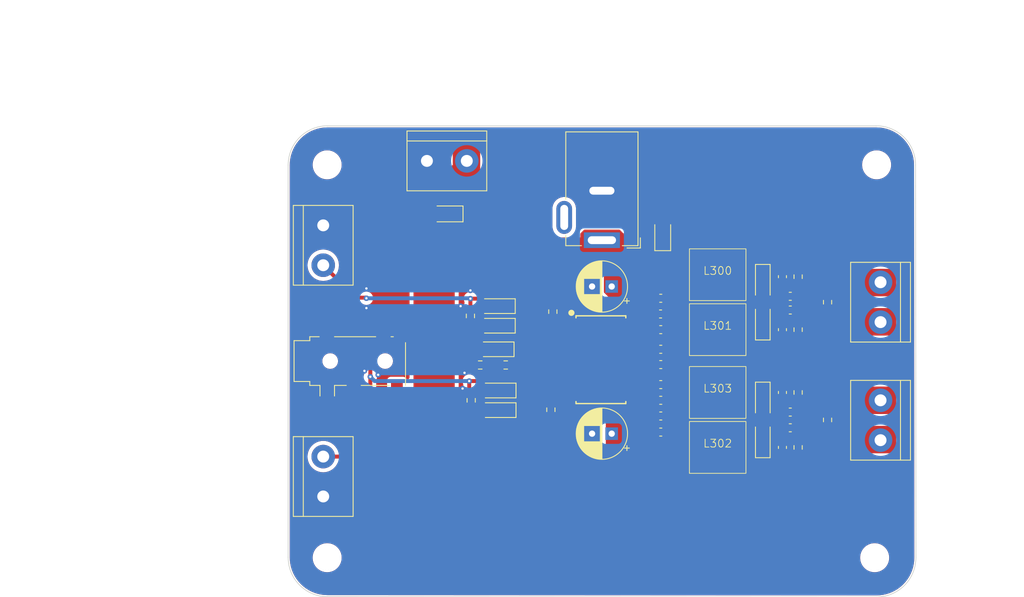
<source format=kicad_pcb>
(kicad_pcb (version 20240108) (generator "pcbnew") (generator_version "8.0")
  (layers (0 "F.Cu" signal) (31 "B.Cu" signal) (34 "B.Paste" user) (35 "F.Paste" user) (36 "B.SilkS" user "B.Silkscreen") (37 "F.SilkS" user "F.Silkscreen") (38 "B.Mask" user) (39 "F.Mask" user) (44 "Edge.Cuts" user))
  (net 0 "")
  (net 1 "GND")
  (net 2 "/audio_input/IN_R")
  (net 3 "RINP")
  (net 4 "RINN")
  (net 5 "/audio_input/IN_L")
  (net 6 "LINP")
  (net 7 "LINN")
  (net 8 "+15V")
  (net 9 "Net-(U200-GVDD)")
  (net 10 "OUTPR")
  (net 11 "BSPR")
  (net 12 "BSNR")
  (net 13 "OUTNR")
  (net 14 "/audio_output/OUT_R_P")
  (net 15 "/audio_output/OUT_R_N")
  (net 16 "Net-(C306-Pad1)")
  (net 17 "Net-(C307-Pad1)")
  (net 18 "BSPL")
  (net 19 "OUTPL")
  (net 20 "OUTNL")
  (net 21 "BSNL")
  (net 22 "/audio_output/OUT_L_P")
  (net 23 "/audio_output/OUT_L_N")
  (net 24 "Net-(C314-Pad1)")
  (net 25 "Net-(C315-Pad1)")
  (net 28 "Net-(U200-GAIN_SLV)")
  (net 29 "Net-(U200-FAULTZ)")
  (net 30 "/tpa3130d2/MUTE")
  (footprint "Diode_SMD:D_PowerDI-123" (layer "F.Cu") (at 103 78.625 90)
    (property "Reference" "D200" (hide yes))
    (property "Value" "D" (hide yes))
    (pad "1" smd roundrect (at -0.85 0 270) (size 2.4 1.5) (layers "F.Cu" "F.Paste" "F.Mask") (roundrect_rratio 0.1666666667) (net 8 "+15V"))
    (pad "2" smd roundrect (at 1.525 0 270) (size 1.05 1.5) (layers "F.Cu" "F.Paste" "F.Mask") (roundrect_rratio 0.2380952381) (net 1 "GND"))
  )
  (footprint "Capacitor_Tantalum_SMD:CP_EIA-3216-18_Kemet-A" (layer "F.Cu") (at 82 101.25 180)
    (property "Reference" "C103" (hide yes))
    (property "Value" "1uF" (hide yes))
    (pad "1" smd roundrect (at -1.35 0 180) (size 1.4 1.35) (layers "F.Cu" "F.Paste" "F.Mask") (roundrect_rratio 0.185185) (net 7 "LINN"))
    (pad "2" smd roundrect (at 1.35 0 180) (size 1.4 1.35) (layers "F.Cu" "F.Paste" "F.Mask") (roundrect_rratio 0.185185) (net 1 "GND"))
  )
  (footprint "Capacitor_SMD:C_0603_1608Metric" (layer "F.Cu") (at 102.75 95.450149)
    (property "Reference" "C309" (hide yes))
    (property "Value" "220nF" (hide yes))
    (pad "1" smd roundrect (at -0.775 0) (size 0.9 0.95) (layers "F.Cu" "F.Paste" "F.Mask") (net 21 "BSNL"))
    (pad "2" smd roundrect (at 0.775 0) (size 0.9 0.95) (layers "F.Cu" "F.Paste" "F.Mask") (net 20 "OUTNL"))
  )
  (footprint "Resistor_SMD:R_0603_1608Metric" (layer "F.Cu") (at 79.75 95.5 180)
    (property "Reference" "R201" (hide yes))
    (property "Value" "5kR6" (hide yes))
    (pad "1" smd roundrect (at -0.825 0 180) (size 0.8 0.95) (layers "F.Cu" "F.Paste" "F.Mask") (net 28 "Net-(U200-GAIN_SLV)"))
    (pad "2" smd roundrect (at 0.825 0 180) (size 0.8 0.95) (layers "F.Cu" "F.Paste" "F.Mask") (net 1 "GND"))
  )
  (footprint "Capacitor_SMD:C_0603_1608Metric" (layer "F.Cu") (at 102.725 89)
    (property "Reference" "C203" (hide yes))
    (property "Value" "220nF" (hide yes))
    (pad "1" smd roundrect (at -0.775 0) (size 0.9 0.95) (layers "F.Cu" "F.Paste" "F.Mask") (net 8 "+15V"))
    (pad "2" smd roundrect (at 0.775 0) (size 0.9 0.95) (layers "F.Cu" "F.Paste" "F.Mask") (net 1 "GND"))
  )
  (footprint "Resistor_SMD:R_0603_1608Metric" (layer "F.Cu") (at 88.75 101.200149 -90)
    (property "Reference" "R203" (hide yes))
    (property "Value" "47kR" (hide yes))
    (pad "1" smd roundrect (at -0.825 0 270) (size 0.8 0.95) (layers "F.Cu" "F.Paste" "F.Mask") (net 30 "/tpa3130d2/MUTE"))
    (pad "2" smd roundrect (at 0.825 0 270) (size 0.8 0.95) (layers "F.Cu" "F.Paste" "F.Mask") (net 1 "GND"))
  )
  (footprint "tpa3130d2_demoboard:Inductor_CYA0630-10UH" (layer "F.Cu") (at 110 91)
    (property "Reference" "L301" (at 0 -0.5 0) (layer "F.SilkS") (effects (font (thickness 0.1))))
    (property "Value" "10uH")
    (pad "1" smd roundrect (at -2.85 0) (size 1.5 3) (layers "F.Cu" "F.Paste" "F.Mask") (net 13 "OUTNR"))
    (pad "2" smd roundrect (at 2.85 0) (size 1.5 3) (layers "F.Cu" "F.Paste" "F.Mask") (net 15 "/audio_output/OUT_R_N"))
  )
  (footprint "Capacitor_SMD:C_0603_1608Metric" (layer "F.Cu") (at 102.75 104.049851)
    (property "Reference" "C206" (hide yes))
    (property "Value" "220nF" (hide yes))
    (pad "1" smd roundrect (at -0.775 0) (size 0.9 0.95) (layers "F.Cu" "F.Paste" "F.Mask") (net 8 "+15V"))
    (pad "2" smd roundrect (at 0.775 0) (size 0.9 0.95) (layers "F.Cu" "F.Paste" "F.Mask") (net 1 "GND"))
  )
  (footprint "Capacitor_SMD:C_0603_1608Metric" (layer "F.Cu") (at 102.75 102)
    (property "Reference" "C205" (hide yes))
    (property "Value" "220nF" (hide yes))
    (pad "1" smd roundrect (at -0.775 0) (size 0.9 0.95) (layers "F.Cu" "F.Paste" "F.Mask") (net 8 "+15V"))
    (pad "2" smd roundrect (at 0.775 0) (size 0.9 0.95) (layers "F.Cu" "F.Paste" "F.Mask") (net 1 "GND"))
  )
  (footprint "Capacitor_SMD:C_0603_1608Metric" (layer "F.Cu") (at 118.25 106 90)
    (property "Reference" "C312" (hide yes))
    (property "Value" "1nF" (hide yes))
    (pad "1" smd roundrect (at -0.775 0 90) (size 0.9 0.95) (layers "F.Cu" "F.Paste" "F.Mask") (net 22 "/audio_output/OUT_L_P"))
    (pad "2" smd roundrect (at 0.775 0 90) (size 0.9 0.95) (layers "F.Cu" "F.Paste" "F.Mask") (net 1 "GND"))
  )
  (footprint "Resistor_SMD:R_0603_1608Metric" (layer "F.Cu") (at 78.5 89.25 -90)
    (property "Reference" "R100" (hide yes))
    (property "Value" "47kR" (hide yes))
    (pad "1" smd roundrect (at -0.825 0 270) (size 0.8 0.95) (layers "F.Cu" "F.Paste" "F.Mask") (net 2 "/audio_input/IN_R"))
    (pad "2" smd roundrect (at 0.825 0 270) (size 0.8 0.95) (layers "F.Cu" "F.Paste" "F.Mask") (net 1 "GND"))
  )
  (footprint "Capacitor_SMD:C_0603_1608Metric" (layer "F.Cu") (at 102.75 93.5)
    (property "Reference" "C301" (hide yes))
    (property "Value" "220nF" (hide yes))
    (pad "1" smd roundrect (at -0.775 0) (size 0.9 0.95) (layers "F.Cu" "F.Paste" "F.Mask") (net 12 "BSNR"))
    (pad "2" smd roundrect (at 0.775 0) (size 0.9 0.95) (layers "F.Cu" "F.Paste" "F.Mask") (net 13 "OUTNR"))
  )
  (footprint "Capacitor_SMD:C_0603_1608Metric" (layer "F.Cu") (at 102.75 98)
    (property "Reference" "C308" (hide yes))
    (property "Value" "220nF" (hide yes))
    (pad "1" smd roundrect (at -0.775 0) (size 0.9 0.95) (layers "F.Cu" "F.Paste" "F.Mask") (net 18 "BSPL"))
    (pad "2" smd roundrect (at 0.775 0) (size 0.9 0.95) (layers "F.Cu" "F.Paste" "F.Mask") (net 19 "OUTPL"))
  )
  (footprint "Resistor_SMD:R_0603_1608Metric" (layer "F.Cu") (at 124 87.5 -90)
    (property "Reference" "R302" (hide yes))
    (property "Value" "47kR" (hide yes))
    (pad "1" smd roundrect (at -0.825 0 270) (size 0.8 0.95) (layers "F.Cu" "F.Paste" "F.Mask") (net 14 "/audio_output/OUT_R_P"))
    (pad "2" smd roundrect (at 0.825 0 270) (size 0.8 0.95) (layers "F.Cu" "F.Paste" "F.Mask") (net 15 "/audio_output/OUT_R_N"))
  )
  (footprint "Resistor_SMD:R_0603_1608Metric" (layer "F.Cu") (at 78.6 100 -90)
    (property "Reference" "R101" (hide yes))
    (property "Value" "47kR" (hide yes))
    (pad "1" smd roundrect (at -0.825 0 270) (size 0.8 0.95) (layers "F.Cu" "F.Paste" "F.Mask") (net 5 "/audio_input/IN_L"))
    (pad "2" smd roundrect (at 0.825 0 270) (size 0.8 0.95) (layers "F.Cu" "F.Paste" "F.Mask") (net 1 "GND"))
  )
  (footprint "Capacitor_SMD:C_0603_1608Metric" (layer "F.Cu") (at 118.25 84.25 -90)
    (property "Reference" "C304" (hide yes))
    (property "Value" "1nF" (hide yes))
    (pad "1" smd roundrect (at -0.775 0 270) (size 0.9 0.95) (layers "F.Cu" "F.Paste" "F.Mask") (net 14 "/audio_output/OUT_R_P"))
    (pad "2" smd roundrect (at 0.775 0 270) (size 0.9 0.95) (layers "F.Cu" "F.Paste" "F.Mask") (net 1 "GND"))
  )
  (footprint "Capacitor_Tantalum_SMD:CP_EIA-3216-18_Kemet-A" (layer "F.Cu") (at 81.9 88 180)
    (property "Reference" "C100" (hide yes))
    (property "Value" "1uF" (hide yes))
    (pad "1" smd roundrect (at -1.35 0 180) (size 1.4 1.35) (layers "F.Cu" "F.Paste" "F.Mask") (roundrect_rratio 0.185185) (net 3 "RINP"))
    (pad "2" smd roundrect (at 1.35 0 180) (size 1.4 1.35) (layers "F.Cu" "F.Paste" "F.Mask") (roundrect_rratio 0.185185) (net 2 "/audio_input/IN_R"))
  )
  (footprint "tpa3130d2_demoboard:Inductor_CYA0630-10UH" (layer "F.Cu") (at 110 84)
    (property "Reference" "L300" (at 0 -0.5 0) (layer "F.SilkS") (effects (font (thickness 0.1))))
    (property "Value" "10uH")
    (pad "1" smd roundrect (at -2.85 0) (size 1.5 3) (layers "F.Cu" "F.Paste" "F.Mask") (net 10 "OUTPR"))
    (pad "2" smd roundrect (at 2.85 0) (size 1.5 3) (layers "F.Cu" "F.Paste" "F.Mask") (net 14 "/audio_output/OUT_R_P"))
  )
  (footprint "Connector_BarrelJack:BarrelJack_GCT_DCJ200-10-A_Horizontal" (layer "F.Cu") (at 95.25 79.6 180)
    (property "Reference" "J200" (hide yes))
    (property "Value" "Barrel_Jack_MountingPin" (hide yes))
    (pad "1" thru_hole rect (at 0 0 180) (size 4.6 2) (drill oval 3.6 1) (layers "*.Cu" "*.Mask") (net 8 "+15V"))
    (pad "2" thru_hole oval (at 0 6.3 180) (size 4.2 2) (drill oval 3.2 1) (layers "*.Cu" "*.Mask") (net 1 "GND"))
    (pad "3" thru_hole oval (at 4.8 2.9 180) (size 2 4.2) (drill oval 1 3.2) (layers "*.Cu" "*.Mask"))
  )
  (footprint "tpa3130d2_demoboard:terminal_block" (layer "F.Cu") (at 75.5 69.5 180)
    (property "Reference" "J201" (hide yes))
    (property "Value" "Screw_Terminal_01x02" (hide yes))
    (pad "1" thru_hole circle (at -2.54 0 180) (size 3 3) (drill 1.52) (layers "*.Cu" "*.Mask") (net 8 "+15V"))
    (pad "2" thru_hole circle (at 2.54 0 180) (size 3 3) (drill 1.52) (layers "*.Cu" "*.Mask") (net 1 "GND"))
  )
  (footprint "tpa3130d2_demoboard:terminal_block" (layer "F.Cu") (at 59.75 80.25 -90)
    (property "Reference" "J100" (hide yes))
    (property "Value" "Screw_Terminal_01x02" (hide yes))
    (pad "1" thru_hole circle (at -2.54 0 270) (size 3 3) (drill 1.52) (layers "*.Cu" "*.Mask") (net 1 "GND"))
    (pad "2" thru_hole circle (at 2.54 0 270) (size 3 3) (drill 1.52) (layers "*.Cu" "*.Mask") (net 2 "/audio_input/IN_R"))
  )
  (footprint "Capacitor_Tantalum_SMD:CP_EIA-3216-18_Kemet-A" (layer "F.Cu") (at 81.9 90.5 180)
    (property "Reference" "C101" (hide yes))
    (property "Value" "1uF" (hide yes))
    (pad "1" smd roundrect (at -1.35 0 180) (size 1.4 1.35) (layers "F.Cu" "F.Paste" "F.Mask") (roundrect_rratio 0.185185) (net 4 "RINN"))
    (pad "2" smd roundrect (at 1.35 0 180) (size 1.4 1.35) (layers "F.Cu" "F.Paste" "F.Mask") (roundrect_rratio 0.185185) (net 1 "GND"))
  )
  (footprint "tpa3130d2_demoboard:terminal_block" (layer "F.Cu") (at 130.75 87.5 90)
    (property "Reference" "J300" (hide yes))
    (property "Value" "Screw_Terminal_01x02" (hide yes))
    (pad "1" thru_hole circle (at -2.54 0 90) (size 3 3) (drill 1.52) (layers "*.Cu" "*.Mask") (net 15 "/audio_output/OUT_R_N"))
    (pad "2" thru_hole circle (at 2.54 0 90) (size 3 3) (drill 1.52) (layers "*.Cu" "*.Mask") (net 14 "/audio_output/OUT_R_P"))
  )
  (footprint "Capacitor_SMD:C_0603_1608Metric" (layer "F.Cu") (at 102.75 100)
    (property "Reference" "C204" (hide yes))
    (property "Value" "220nF" (hide yes))
    (pad "1" smd roundrect (at -0.775 0) (size 0.9 0.95) (layers "F.Cu" "F.Paste" "F.Mask") (net 8 "+15V"))
    (pad "2" smd roundrect (at 0.775 0) (size 0.9 0.95) (layers "F.Cu" "F.Paste" "F.Mask") (net 1 "GND"))
  )
  (footprint "Capacitor_SMD:C_0603_1608Metric" (layer "F.Cu") (at 119.25 86.75 180)
    (property "Reference" "C306" (hide yes))
    (property "Value" "10nF" (hide yes))
    (pad "1" smd roundrect (at -0.775 0 180) (size 0.9 0.95) (layers "F.Cu" "F.Paste" "F.Mask") (net 16 "Net-(C306-Pad1)"))
    (pad "2" smd roundrect (at 0.775 0 180) (size 0.9 0.95) (layers "F.Cu" "F.Paste" "F.Mask") (net 1 "GND"))
  )
  (footprint "Capacitor_THT:CP_Radial_D6.3mm_P2.50mm" (layer "F.Cu") (at 96.5 104.25 180)
    (property "Reference" "C201" (hide yes))
    (property "Value" "220uF" (hide yes))
    (pad "1" thru_hole rect (at 0 0 180) (size 1.6 1.6) (drill 0.8) (layers "*.Cu" "*.Mask") (net 8 "+15V"))
    (pad "2" thru_hole circle (at 2.5 0 180) (size 1.6 1.6) (drill 0.8) (layers "*.Cu" "*.Mask") (net 1 "GND"))
  )
  (footprint "Capacitor_THT:CP_Radial_D6.3mm_P2.50mm" (layer "F.Cu") (at 96.5 85.5 180)
    (property "Reference" "C200" (hide yes))
    (property "Value" "220uF" (hide yes))
    (pad "1" thru_hole rect (at 0 0 180) (size 1.6 1.6) (drill 0.8) (layers "*.Cu" "*.Mask") (net 8 "+15V"))
    (pad "2" thru_hole circle (at 2.5 0 180) (size 1.6 1.6) (drill 0.8) (layers "*.Cu" "*.Mask") (net 1 "GND"))
  )
  (footprint "Resistor_SMD:R_0603_1608Metric" (layer "F.Cu") (at 120.25 106 90)
    (property "Reference" "R303" (hide yes))
    (property "Value" "3R3" (hide yes))
    (pad "1" smd roundrect (at -0.825 0 90) (size 0.8 0.95) (layers "F.Cu" "F.Paste" "F.Mask") (net 22 "/audio_output/OUT_L_P"))
    (pad "2" smd roundrect (at 0.825 0 90) (size 0.8 0.95) (layers "F.Cu" "F.Paste" "F.Mask") (net 24 "Net-(C314-Pad1)"))
  )
  (footprint "MountingHole:MountingHole_3.2mm_M3" (layer "F.Cu") (at 130.25 70)
    (property "Reference" "H2" (hide yes))
    (property "Value" "MountingHole" (hide yes))
    (pad "" np_thru_hole circle (at 0 0) (size 3.2 3.2) (drill 3.2) (layers "*.Cu" "*.Mask"))
  )
  (footprint "Diode_SMD:D_PowerDI-123" (layer "F.Cu") (at 75.25 76.25 180)
    (property "Reference" "D201" (hide yes))
    (property "Value" "D" (hide yes))
    (pad "1" smd roundrect (at -0.85 0) (size 2.4 1.5) (layers "F.Cu" "F.Paste" "F.Mask") (roundrect_rratio 0.1666666667) (net 8 "+15V"))
    (pad "2" smd roundrect (at 1.525 0) (size 1.05 1.5) (layers "F.Cu" "F.Paste" "F.Mask") (roundrect_rratio 0.2380952381) (net 1 "GND"))
  )
  (footprint "tpa3130d2_demoboard:TPA3130D2DAPR_M" (layer "F.Cu") (at 95.1265 94.825063)
    (property "Reference" "U200" (hide yes))
    (property "Value" "TPA3130D2DAPR" (hide yes))
    (fp_poly (pts (xy 0.349999 -2.180001) (xy -0.349999 -2.180001) (xy -0.349999 -2.280001) (xy -0.25 -2.280001) (xy -0.25 -2.55) (xy 0.25 -2.55) (xy 0.25 -2.280001) (xy 0.349999 -2.280001)) (fill solid) (layer "F.Cu"))
    (fp_poly (pts (xy 0.349999 2.180001) (xy -0.349999 2.180001) (xy -0.349999 2.280001) (xy -0.25 2.280001) (xy -0.25 2.55) (xy 0.25 2.55) (xy 0.25 2.280001) (xy 0.349999 2.280001)) (fill solid) (layer "F.Cu"))
    (pad "1" smd rect (at -3.8735 -4.875086) (size 1.3716 0.3048) (layers "F.Cu" "F.Paste" "F.Mask") (net 1 "GND"))
    (pad "2" smd rect (at -3.8735 -4.225074) (size 1.3716 0.3048) (layers "F.Cu" "F.Paste" "F.Mask") (net 29 "Net-(U200-FAULTZ)"))
    (pad "3" smd rect (at -3.8735 -3.575063) (size 1.3716 0.3048) (layers "F.Cu" "F.Paste" "F.Mask") (net 29 "Net-(U200-FAULTZ)"))
    (pad "4" smd rect (at -3.8735 -2.925051) (size 1.3716 0.3048) (layers "F.Cu" "F.Paste" "F.Mask") (net 3 "RINP"))
    (pad "5" smd rect (at -3.8735 -2.27504) (size 1.3716 0.3048) (layers "F.Cu" "F.Paste" "F.Mask") (net 4 "RINN"))
    (pad "6" smd rect (at -3.8735 -1.625028) (size 1.3716 0.3048) (layers "F.Cu" "F.Paste" "F.Mask") (net 9 "Net-(U200-GVDD)"))
    (pad "7" smd rect (at -3.8735 -0.975017) (size 1.3716 0.3048) (layers "F.Cu" "F.Paste" "F.Mask") (net 9 "Net-(U200-GVDD)"))
    (pad "8" smd rect (at -3.8735 -0.325006) (size 1.3716 0.3048) (layers "F.Cu" "F.Paste" "F.Mask") (net 28 "Net-(U200-GAIN_SLV)"))
    (pad "9" smd rect (at -3.8735 0.325006) (size 1.3716 0.3048) (layers "F.Cu" "F.Paste" "F.Mask") (net 1 "GND"))
    (pad "10" smd rect (at -3.8735 0.975017) (size 1.3716 0.3048) (layers "F.Cu" "F.Paste" "F.Mask") (net 6 "LINP"))
    (pad "11" smd rect (at -3.8735 1.625028) (size 1.3716 0.3048) (layers "F.Cu" "F.Paste" "F.Mask") (net 7 "LINN"))
    (pad "12" smd rect (at -3.8735 2.27504) (size 1.3716 0.3048) (layers "F.Cu" "F.Paste" "F.Mask") (net 30 "/tpa3130d2/MUTE"))
    (pad "13" smd rect (at -3.8735 2.925051) (size 1.3716 0.3048) (layers "F.Cu" "F.Paste" "F.Mask") (net 1 "GND"))
    (pad "14" smd rect (at -3.8735 3.575063) (size 1.3716 0.3048) (layers "F.Cu" "F.Paste" "F.Mask") (net 1 "GND"))
    (pad "15" smd rect (at -3.8735 4.225074) (size 1.3716 0.3048) (layers "F.Cu" "F.Paste" "F.Mask") (net 1 "GND"))
    (pad "16" smd rect (at -3.8735 4.875086) (size 1.3716 0.3048) (layers "F.Cu" "F.Paste" "F.Mask"))
    (pad "17" smd rect (at 3.8735 4.875086) (size 1.3716 0.3048) (layers "F.Cu" "F.Paste" "F.Mask") (net 8 "+15V"))
    (pad "18" smd rect (at 3.8735 4.225074) (size 1.3716 0.3048) (layers "F.Cu" "F.Paste" "F.Mask") (net 8 "+15V"))
    (pad "19" smd rect (at 3.8735 3.575063) (size 1.3716 0.3048) (layers "F.Cu" "F.Paste" "F.Mask") (net 8 "+15V"))
    (pad "20" smd rect (at 3.8735 2.925051) (size 1.3716 0.3048) (layers "F.Cu" "F.Paste" "F.Mask") (net 18 "BSPL"))
    (pad "21" smd rect (at 3.8735 2.27504) (size 1.3716 0.3048) (layers "F.Cu" "F.Paste" "F.Mask") (net 19 "OUTPL"))
    (pad "22" smd rect (at 3.8735 1.625028) (size 1.3716 0.3048) (layers "F.Cu" "F.Paste" "F.Mask") (net 1 "GND"))
    (pad "23" smd rect (at 3.8735 0.975017) (size 1.3716 0.3048) (layers "F.Cu" "F.Paste" "F.Mask") (net 20 "OUTNL"))
    (pad "24" smd rect (at 3.8735 0.325006) (size 1.3716 0.3048) (layers "F.Cu" "F.Paste" "F.Mask") (net 21 "BSNL"))
    (pad "25" smd rect (at 3.8735 -0.325006) (size 1.3716 0.3048) (layers "F.Cu" "F.Paste" "F.Mask") (net 1 "GND"))
    (pad "26" smd rect (at 3.8735 -0.975017) (size 1.3716 0.3048) (layers "F.Cu" "F.Paste" "F.Mask") (net 12 "BSNR"))
    (pad "27" smd rect (at 3.8735 -1.625028) (size 1.3716 0.3048) (layers "F.Cu" "F.Paste" "F.Mask") (net 13 "OUTNR"))
    (pad "28" smd rect (at 3.8735 -2.27504) (size 1.3716 0.3048) (layers "F.Cu" "F.Paste" "F.Mask") (net 1 "GND"))
    (pad "29" smd rect (at 3.8735 -2.925051) (size 1.3716 0.3048) (layers "F.Cu" "F.Paste" "F.Mask") (net 10 "OUTPR"))
    (pad "30" smd rect (at 3.8735 -3.575063) (size 1.3716 0.3048) (layers "F.Cu" "F.Paste" "F.Mask") (net 11 "BSPR"))
    (pad "31" smd rect (at 3.8735 -4.225074) (size 1.3716 0.3048) (layers "F.Cu" "F.Paste" "F.Mask") (net 8 "+15V"))
    (pad "32" smd rect (at 3.8735 -4.875086) (size 1.3716 0.3048) (layers "F.Cu" "F.Paste" "F.Mask") (net 8 "+15V"))
    (pad "33" smd rect (at 0 0) (size 4.11 4.359999) (layers "F.Cu" "F.Paste" "F.Mask") (net 1 "GND"))
  )
  (footprint "Resistor_SMD:R_0603_1608Metric" (layer "F.Cu") (at 124 102.5 90)
    (property "Reference" "R305" (hide yes))
    (property "Value" "47kR" (hide yes))
    (pad "1" smd roundrect (at -0.825 0 90) (size 0.8 0.95) (layers "F.Cu" "F.Paste" "F.Mask") (net 22 "/audio_output/OUT_L_P"))
    (pad "2" smd roundrect (at 0.825 0 90) (size 0.8 0.95) (layers "F.Cu" "F.Paste" "F.Mask") (net 23 "/audio_output/OUT_L_N"))
  )
  (footprint "Capacitor_Tantalum_SMD:CP_EIA-3216-18_Kemet-A" (layer "F.Cu") (at 81.75 93.5 180)
    (property "Reference" "C207" (hide yes))
    (property "Value" "1uF" (hide yes))
    (pad "1" smd roundrect (at -1.35 0 180) (size 1.4 1.35) (layers "F.Cu" "F.Paste" "F.Mask") (roundrect_rratio 0.185185) (net 9 "Net-(U200-GVDD)"))
    (pad "2" smd roundrect (at 1.35 0 180) (size 1.4 1.35) (layers "F.Cu" "F.Paste" "F.Mask") (roundrect_rratio 0.185185) (net 1 "GND"))
  )
  (footprint "Capacitor_Tantalum_SMD:CP_EIA-3216-18_Kemet-A" (layer "F.Cu") (at 115.75 85 -90)
    (property "Reference" "C302" (hide yes))
    (property "Value" "1uF" (hide yes))
    (pad "1" smd roundrect (at -1.35 0 270) (size 1.4 1.35) (layers "F.Cu" "F.Paste" "F.Mask") (roundrect_rratio 0.185185) (net 14 "/audio_output/OUT_R_P"))
    (pad "2" smd roundrect (at 1.35 0 270) (size 1.4 1.35) (layers "F.Cu" "F.Paste" "F.Mask") (roundrect_rratio 0.185185) (net 1 "GND"))
  )
  (footprint "Resistor_SMD:R_0603_1608Metric" (layer "F.Cu") (at 120.25 91 90)
    (property "Reference" "R301" (hide yes))
    (property "Value" "3R3" (hide yes))
    (pad "1" smd roundrect (at -0.825 0 90) (size 0.8 0.95) (layers "F.Cu" "F.Paste" "F.Mask") (net 15 "/audio_output/OUT_R_N"))
    (pad "2" smd roundrect (at 0.825 0 90) (size 0.8 0.95) (layers "F.Cu" "F.Paste" "F.Mask") (net 17 "Net-(C307-Pad1)"))
  )
  (footprint "Capacitor_Tantalum_SMD:CP_EIA-3216-18_Kemet-A" (layer "F.Cu") (at 82 98.75 180)
    (property "Reference" "C102" (hide yes))
    (property "Value" "1uF" (hide yes))
    (pad "1" smd roundrect (at -1.35 0 180) (size 1.4 1.35) (layers "F.Cu" "F.Paste" "F.Mask") (roundrect_rratio 0.185185) (net 6 "LINP"))
    (pad "2" smd roundrect (at 1.35 0 180) (size 1.4 1.35) (layers "F.Cu" "F.Paste" "F.Mask") (roundrect_rratio 0.185185) (net 5 "/audio_input/IN_L"))
  )
  (footprint "Capacitor_Tantalum_SMD:CP_EIA-3216-18_Kemet-A" (layer "F.Cu") (at 115.75 100 -90)
    (property "Reference" "C311" (hide yes))
    (property "Value" "1uF" (hide yes))
    (pad "1" smd roundrect (at -1.35 0 270) (size 1.4 1.35) (layers "F.Cu" "F.Paste" "F.Mask") (roundrect_rratio 0.185185) (net 23 "/audio_output/OUT_L_N"))
    (pad "2" smd roundrect (at 1.35 0 270) (size 1.4 1.35) (layers "F.Cu" "F.Paste" "F.Mask") (roundrect_rratio 0.185185) (net 1 "GND"))
  )
  (footprint "Capacitor_SMD:C_0603_1608Metric" (layer "F.Cu") (at 119.25 103.5 180)
    (property "Reference" "C314" (hide yes))
    (property "Value" "10nF" (hide yes))
    (pad "1" smd roundrect (at -0.775 0 180) (size 0.9 0.95) (layers "F.Cu" "F.Paste" "F.Mask") (net 24 "Net-(C314-Pad1)"))
    (pad "2" smd roundrect (at 0.775 0 180) (size 0.9 0.95) (layers "F.Cu" "F.Paste" "F.Mask") (net 1 "GND"))
  )
  (footprint "Resistor_SMD:R_0603_1608Metric" (layer "F.Cu") (at 120.25 84.25 -90)
    (property "Reference" "R300" (hide yes))
    (property "Value" "3R3" (hide yes))
    (pad "1" smd roundrect (at -0.825 0 270) (size 0.8 0.95) (layers "F.Cu" "F.Paste" "F.Mask") (net 14 "/audio_output/OUT_R_P"))
    (pad "2" smd roundrect (at 0.825 0 270) (size 0.8 0.95) (layers "F.Cu" "F.Paste" "F.Mask") (net 16 "Net-(C306-Pad1)"))
  )
  (footprint "MountingHole:MountingHole_3.2mm_M3" (layer "F.Cu") (at 60.25 70)
    (property "Reference" "H1" (hide yes))
    (property "Value" "MountingHole" (hide yes))
    (pad "" np_thru_hole circle (at 0 0) (size 3.2 3.2) (drill 3.2) (layers "*.Cu" "*.Mask"))
  )
  (footprint "Capacitor_Tantalum_SMD:CP_EIA-3216-18_Kemet-A" (layer "F.Cu") (at 115.75 90 90)
    (property "Reference" "C303" (hide yes))
    (property "Value" "1uF" (hide yes))
    (pad "1" smd roundrect (at -1.35 0 90) (size 1.4 1.35) (layers "F.Cu" "F.Paste" "F.Mask") (roundrect_rratio 0.185185) (net 15 "/audio_output/OUT_R_N"))
    (pad "2" smd roundrect (at 1.35 0 90) (size 1.4 1.35) (layers "F.Cu" "F.Paste" "F.Mask") (roundrect_rratio 0.185185) (net 1 "GND"))
  )
  (footprint "tpa3130d2_demoboard:terminal_block" (layer "F.Cu") (at 59.75 109.71 -90)
    (property "Reference" "J102" (hide yes))
    (property "Value" "Screw_Terminal_01x02" (hide yes))
    (pad "1" thru_hole circle (at -2.54 0 270) (size 3 3) (drill 1.52) (layers "*.Cu" "*.Mask") (net 5 "/audio_input/IN_L"))
    (pad "2" thru_hole circle (at 2.54 0 270) (size 3 3) (drill 1.52) (layers "*.Cu" "*.Mask") (net 1 "GND"))
  )
  (footprint "tpa3130d2_demoboard:Inductor_CYA0630-10UH" (layer "F.Cu") (at 110 106)
    (property "Reference" "L302" (at 0 -0.5 0) (layer "F.SilkS") (effects (font (thickness 0.1))))
    (property "Value" "10uH")
    (pad "1" smd roundrect (at -2.85 0) (size 1.5 3) (layers "F.Cu" "F.Paste" "F.Mask") (net 19 "OUTPL"))
    (pad "2" smd roundrect (at 2.85 0) (size 1.5 3) (layers "F.Cu" "F.Paste" "F.Mask") (net 22 "/audio_output/OUT_L_P"))
  )
  (footprint "Resistor_SMD:R_0603_1608Metric" (layer "F.Cu") (at 89 88.700149 -90)
    (property "Reference" "R202" (hide yes))
    (property "Value" "47kR" (hide yes))
    (pad "1" smd roundrect (at -0.825 0 270) (size 0.8 0.95) (layers "F.Cu" "F.Paste" "F.Mask") (net 8 "+15V"))
    (pad "2" smd roundrect (at 0.825 0 270) (size 0.8 0.95) (layers "F.Cu" "F.Paste" "F.Mask") (net 29 "Net-(U200-FAULTZ)"))
  )
  (footprint "Capacitor_SMD:C_0603_1608Metric" (layer "F.Cu") (at 118.25 91 -90)
    (property "Reference" "C305" (hide yes))
    (property "Value" "1nF" (hide yes))
    (pad "1" smd roundrect (at -0.775 0 270) (size 0.9 0.95) (layers "F.Cu" "F.Paste" "F.Mask") (net 1 "GND"))
    (pad "2" smd roundrect (at 0.775 0 270) (size 0.9 0.95) (layers "F.Cu" "F.Paste" "F.Mask") (net 15 "/audio_output/OUT_R_N"))
  )
  (footprint "Resistor_SMD:R_0603_1608Metric" (layer "F.Cu") (at 83 95.5 180)
    (property "Reference" "R200" (hide yes))
    (property "Value" "DNP" (hide yes))
    (pad "1" smd roundrect (at -0.825 0 180) (size 0.8 0.95) (layers "F.Cu" "F.Paste" "F.Mask") (net 9 "Net-(U200-GVDD)"))
    (pad "2" smd roundrect (at 0.825 0 180) (size 0.8 0.95) (layers "F.Cu" "F.Paste" "F.Mask") (net 28 "Net-(U200-GAIN_SLV)"))
  )
  (footprint "Resistor_SMD:R_0603_1608Metric" (layer "F.Cu") (at 120.25 99 -90)
    (property "Reference" "R304" (hide yes))
    (property "Value" "3R3" (hide yes))
    (pad "1" smd roundrect (at -0.825 0 270) (size 0.8 0.95) (layers "F.Cu" "F.Paste" "F.Mask") (net 23 "/audio_output/OUT_L_N"))
    (pad "2" smd roundrect (at 0.825 0 270) (size 0.8 0.95) (layers "F.Cu" "F.Paste" "F.Mask") (net 25 "Net-(C315-Pad1)"))
  )
  (footprint "Capacitor_SMD:C_0603_1608Metric" (layer "F.Cu") (at 118.25 99 90)
    (property "Reference" "C313" (hide yes))
    (property "Value" "1nF" (hide yes))
    (pad "1" smd roundrect (at -0.775 0 90) (size 0.9 0.95) (layers "F.Cu" "F.Paste" "F.Mask") (net 1 "GND"))
    (pad "2" smd roundrect (at 0.775 0 90) (size 0.9 0.95) (layers "F.Cu" "F.Paste" "F.Mask") (net 23 "/audio_output/OUT_L_N"))
  )
  (footprint "Capacitor_Tantalum_SMD:CP_EIA-3216-18_Kemet-A" (layer "F.Cu") (at 115.75 105 90)
    (property "Reference" "C310" (hide yes))
    (property "Value" "1uF" (hide yes))
    (pad "1" smd roundrect (at -1.35 0 90) (size 1.4 1.35) (layers "F.Cu" "F.Paste" "F.Mask") (roundrect_rratio 0.185185) (net 22 "/audio_output/OUT_L_P"))
    (pad "2" smd roundrect (at 1.35 0 90) (size 1.4 1.35) (layers "F.Cu" "F.Paste" "F.Mask") (roundrect_rratio 0.185185) (net 1 "GND"))
  )
  (footprint "tpa3130d2_demoboard:Inductor_CYA0630-10UH" (layer "F.Cu") (at 110 99)
    (property "Reference" "L303" (at 0 -0.5 0) (layer "F.SilkS") (effects (font (thickness 0.1))))
    (property "Value" "10uH")
    (pad "1" smd roundrect (at -2.85 0) (size 1.5 3) (layers "F.Cu" "F.Paste" "F.Mask") (net 20 "OUTNL"))
    (pad "2" smd roundrect (at 2.85 0) (size 1.5 3) (layers "F.Cu" "F.Paste" "F.Mask") (net 23 "/audio_output/OUT_L_N"))
  )
  (footprint "tpa3130d2_demoboard:terminal_block" (layer "F.Cu") (at 130.75 102.54 90)
    (property "Reference" "J301" (hide yes))
    (property "Value" "Screw_Terminal_01x02" (hide yes))
    (pad "1" thru_hole circle (at -2.54 0 90) (size 3 3) (drill 1.52) (layers "*.Cu" "*.Mask") (net 22 "/audio_output/OUT_L_P"))
    (pad "2" thru_hole circle (at 2.54 0 90) (size 3 3) (drill 1.52) (layers "*.Cu" "*.Mask") (net 23 "/audio_output/OUT_L_N"))
  )
  (footprint "Capacitor_SMD:C_0603_1608Metric" (layer "F.Cu") (at 119.25 101.5 180)
    (property "Reference" "C315" (hide yes))
    (property "Value" "10nF" (hide yes))
    (pad "1" smd roundrect (at -0.775 0 180) (size 0.9 0.95) (layers "F.Cu" "F.Paste" "F.Mask") (net 25 "Net-(C315-Pad1)"))
    (pad "2" smd roundrect (at 0.775 0 180) (size 0.9 0.95) (layers "F.Cu" "F.Paste" "F.Mask") (net 1 "GND"))
  )
  (footprint "tpa3130d2_demoboard:AudioJack_3.5mm_PJ311" (layer "F.Cu") (at 59.945 95 90)
    (property "Reference" "J101" (hide yes))
    (property "Value" "AudioJack3_Ground_SwitchTR" (hide yes))
    (pad "" np_thru_hole circle (at 0 0.69 90) (size 1.5 1.5) (drill 1.5) (layers "*.Cu" "*.Mask"))
    (pad "" np_thru_hole circle (at 0 7.69 90) (size 1.5 1.5) (drill 1.5) (layers "*.Cu" "*.Mask"))
    (pad "G" smd rect (at -3.5 0.29 90) (size 2 1.5) (layers "F.Cu" "F.Paste" "F.Mask") (net 1 "GND"))
    (pad "R" smd rect (at -3.5 3.69 90) (size 2 1.5) (layers "F.Cu" "F.Paste" "F.Mask") (net 2 "/audio_input/IN_R"))
    (pad "RN" smd rect (at -3.5 9.19 90) (size 2 1.5) (layers "F.Cu" "F.Paste" "F.Mask"))
    (pad "S" smd rect (at 3.5 0.29 90) (size 2 1.5) (layers "F.Cu" "F.Paste" "F.Mask") (net 1 "GND"))
    (pad "T" smd rect (at 3.5 7.49 90) (size 2 1.5) (layers "F.Cu" "F.Paste" "F.Mask") (net 5 "/audio_input/IN_L"))
    (pad "TN" smd rect (at 3.5 9.69 90) (size 2 1.5) (layers "F.Cu" "F.Paste" "F.Mask"))
  )
  (footprint "Capacitor_SMD:C_0603_1608Metric" (layer "F.Cu") (at 102.75 91)
    (property "Reference" "C300" (hide yes))
    (property "Value" "220nF" (hide yes))
    (pad "1" smd roundrect (at -0.775 0) (size 0.9 0.95) (layers "F.Cu" "F.Paste" "F.Mask") (net 11 "BSPR"))
    (pad "2" smd roundrect (at 0.775 0) (size 0.9 0.95) (layers "F.Cu" "F.Paste" "F.Mask") (net 10 "OUTPR"))
  )
  (footprint "MountingHole:MountingHole_3.2mm_M3" (layer "F.Cu") (at 130 120.049851)
    (property "Reference" "H3" (hide yes))
    (property "Value" "MountingHole" (hide yes))
    (pad "" np_thru_hole circle (at 0 0) (size 3.2 3.2) (drill 3.2) (layers "*.Cu" "*.Mask"))
  )
  (footprint "Capacitor_SMD:C_0603_1608Metric" (layer "F.Cu") (at 119.25 88.5 180)
    (property "Reference" "C307" (hide yes))
    (property "Value" "10nF" (hide yes))
    (pad "1" smd roundrect (at -0.775 0 180) (size 0.9 0.95) (layers "F.Cu" "F.Paste" "F.Mask") (net 17 "Net-(C307-Pad1)"))
    (pad "2" smd roundrect (at 0.775 0 180) (size 0.9 0.95) (layers "F.Cu" "F.Paste" "F.Mask") (net 1 "GND"))
  )
  (footprint "MountingHole:MountingHole_3.2mm_M3" (layer "F.Cu") (at 60.25 120.049851)
    (property "Reference" "H4" (hide yes))
    (property "Value" "MountingHole" (hide yes))
    (pad "" np_thru_hole circle (at 0 0) (size 3.2 3.2) (drill 3.2) (layers "*.Cu" "*.Mask"))
  )
  (footprint "Capacitor_SMD:C_0603_1608Metric" (layer "F.Cu") (at 102.75 87)
    (property "Reference" "C202" (hide yes))
    (property "Value" "220nF" (hide yes))
    (pad "1" smd roundrect (at -0.775 0) (size 0.9 0.95) (layers "F.Cu" "F.Paste" "F.Mask") (net 8 "+15V"))
    (pad "2" smd roundrect (at 0.775 0) (size 0.9 0.95) (layers "F.Cu" "F.Paste" "F.Mask") (net 1 "GND"))
  )
  (gr_line (start 55.285534 70.035534) (end 55.285534 120.014317) (stroke (width 0.1)) (layer "Edge.Cuts"))
  (gr_line (start 135.214466 70.035534) (end 135.25 120.049851) (stroke (width 0.1)) (layer "Edge.Cuts"))
  (gr_arc (start 130.214466 65.035534) (mid 133.75001 66.49999) (end 135.214466 70.035534) (stroke (width 0.1)) (layer "Edge.Cuts"))
  (gr_arc (start 135.25 120.049851) (mid 133.785534 123.585385) (end 130.25 125.049851) (stroke (width 0.1)) (layer "Edge.Cuts"))
  (gr_arc (start 55.285534 70.035534) (mid 56.75 66.5) (end 60.285534 65.035534) (stroke (width 0.1)) (layer "Edge.Cuts"))
  (gr_line (start 60.285534 65.035534) (end 130.214466 65.035534) (stroke (width 0.1)) (layer "Edge.Cuts"))
  (gr_arc (start 60.285534 125.014317) (mid 56.74999 123.549861) (end 55.285534 120.014317) (stroke (width 0.1)) (layer "Edge.Cuts"))
  (gr_line (start 60.285534 125.014317) (end 130.25 125.049851) (stroke (width 0.1)) (layer "Edge.Cuts"))
  (via (at 66.75 96.75) (size 0.7) (drill 0.3) (layers "F.Cu" "B.Cu") (net 1))
  (via (at 65.25 85.75) (size 0.7) (drill 0.3) (layers "F.Cu" "B.Cu") (net 1))
  (via (at 77.25 88) (size 0.7) (drill 0.3) (layers "F.Cu" "B.Cu") (net 1))
  (via (at 65 96.25) (size 0.7) (drill 0.3) (layers "F.Cu" "B.Cu") (net 1))
  (via (at 77.75 96.5) (size 0.7) (drill 0.3) (layers "F.Cu" "B.Cu") (net 1))
  (via (at 78.5 86) (size 0.7) (drill 0.3) (layers "F.Cu" "B.Cu") (net 1))
  (via (at 65.25 88.25) (size 0.7) (drill 0.3) (layers "F.Cu" "B.Cu") (net 1))
  (via (at 77.5 98.5) (size 0.7) (drill 0.3) (layers "F.Cu" "B.Cu") (net 1))
  (segment (start 65.175 86.925) (end 65.25 87) (width 0.5) (layer "F.Cu") (net 2))
  (segment (start 63.635 86.675) (end 59.75 82.79) (width 0.5) (layer "F.Cu") (net 2))
  (segment (start 78.5 87.049851) (end 79.599851 87.049851) (width 0.5) (layer "F.Cu") (net 2))
  (segment (start 63.635 86.925) (end 63.635 86.675) (width 0.5) (layer "F.Cu") (net 2))
  (segment (start 59.75 82.79) (end 59.5 82.79) (width 0.5) (layer "F.Cu") (net 2))
  (segment (start 78.5 87.049851) (end 78.5 88.425) (width 0.5) (layer "F.Cu") (net 2))
  (segment (start 79.599851 87.049851) (end 80.55 88) (width 0.5) (layer "F.Cu") (net 2))
  (segment (start 63.635 98.5) (end 63.635 86.925) (width 0.5) (layer "F.Cu") (net 2))
  (segment (start 63.635 86.925) (end 65.175 86.925) (width 0.5) (layer "F.Cu") (net 2))
  (via (at 65.25 87) (size 0.7) (drill 0.3) (layers "F.Cu" "B.Cu") (net 2))
  (via (at 78.5 87.049851) (size 0.7) (drill 0.3) (layers "F.Cu" "B.Cu") (net 2))
  (segment (start 65.25 87) (end 78.450149 87) (width 0.5) (layer "B.Cu") (net 2))
  (segment (start 78.450149 87) (end 78.5 87.049851) (width 0.5) (layer "B.Cu") (net 2))
  (segment (start 88.900012 91.900012) (end 91.253 91.900012) (width 0.5) (layer "F.Cu") (net 3))
  (segment (start 83.25 88) (end 85 88) (width 0.5) (layer "F.Cu") (net 3))
  (segment (start 85 88) (end 88.900012 91.900012) (width 0.5) (layer "F.Cu") (net 3))
  (segment (start 85.5 90.5) (end 87.550023 92.550023) (width 0.5) (layer "F.Cu") (net 4))
  (segment (start 87.550023 92.550023) (end 91.253 92.550023) (width 0.5) (layer "F.Cu") (net 4))
  (segment (start 83.25 90.5) (end 85.5 90.5) (width 0.5) (layer "F.Cu") (net 4))
  (segment (start 65.75 97) (end 65.75 93.75) (width 0.5) (layer "F.Cu") (net 5))
  (segment (start 78.35 97.549851) (end 79.449851 97.549851) (width 0.5) (layer "F.Cu") (net 5))
  (segment (start 65.75 103.25) (end 61.83 107.17) (width 0.5) (layer "F.Cu") (net 5))
  (segment (start 78.35 97.549851) (end 78.35 98.925) (width 0.5) (layer "F.Cu") (net 5))
  (segment (start 65.75 93.75) (end 67.435 92.065) (width 0.5) (layer "F.Cu") (net 5))
  (segment (start 78.35 98.925) (end 78.6 99.175) (width 0.5) (layer "F.Cu") (net 5))
  (segment (start 65.75 97) (end 65.75 103.25) (width 0.5) (layer "F.Cu") (net 5))
  (segment (start 67.435 92.065) (end 67.435 91.5) (width 0.5) (layer "F.Cu") (net 5))
  (segment (start 79.449851 97.549851) (end 80.65 98.75) (width 0.5) (layer "F.Cu") (net 5))
  (segment (start 61.83 107.17) (end 59.75 107.17) (width 0.5) (layer "F.Cu") (net 5))
  (via (at 78.35 97.549851) (size 0.7) (drill 0.3) (layers "F.Cu" "B.Cu") (net 5))
  (via (at 65.75 97) (size 0.7) (drill 0.3) (layers "F.Cu" "B.Cu") (net 5))
  (segment (start 65.75 97) (end 66.299851 97.549851) (width 0.5) (layer "B.Cu") (net 5))
  (segment (start 66.299851 97.549851) (end 78.35 97.549851) (width 0.5) (layer "B.Cu") (net 5))
  (segment (start 83.35 98.75) (end 86.25 98.75) (width 0.5) (layer "F.Cu") (net 6))
  (segment (start 89.19992 95.80008) (end 91.253 95.80008) (width 0.5) (layer "F.Cu") (net 6))
  (segment (start 86.25 98.75) (end 89.19992 95.80008) (width 0.5) (layer "F.Cu") (net 6))
  (segment (start 85.25 101.25) (end 90.049909 96.450091) (width 0.5) (layer "F.Cu") (net 7))
  (segment (start 90.049909 96.450091) (end 91.253 96.450091) (width 0.5) (layer "F.Cu") (net 7))
  (segment (start 83.35 101.25) (end 85.25 101.25) (width 0.5) (layer "F.Cu") (net 7))
  (segment (start 100.050137 99.050137) (end 101 100) (width 0.3) (layer "F.Cu") (net 8))
  (segment (start 99 99.050137) (end 100.050137 99.050137) (width 0.3) (layer "F.Cu") (net 8))
  (segment (start 100.5 89.25) (end 100.5 88) (width 0.3) (layer "F.Cu") (net 8))
  (segment (start 100.5 103.5) (end 101.049851 104.049851) (width 0.3) (layer "F.Cu") (net 8))
  (segment (start 100.5 88) (end 101.5 87) (width 0.3) (layer "F.Cu") (net 8))
  (segment (start 101 100) (end 101 100.5) (width 0.3) (layer "F.Cu") (net 8))
  (segment (start 89 87.875149) (end 96.874851 87.875149) (width 0.3) (layer "F.Cu") (net 8))
  (segment (start 100.5 101.200149) (end 100.5 103.5) (width 0.3) (layer "F.Cu") (net 8))
  (segment (start 101.049851 104.049851) (end 101.975 104.049851) (width 0.3) (layer "F.Cu") (net 8))
  (segment (start 96.874851 87.875149) (end 97.5 87.25) (width 0.3) (layer "F.Cu") (net 8))
  (segment (start 101.972182 100) (end 101.975 100) (width 0.3) (layer "F.Cu") (net 8))
  (segment (start 101.5 87) (end 101.975 87) (width 0.3) (layer "F.Cu") (net 8))
  (segment (start 99.800023 89.949977) (end 100.5 89.25) (width 0.3) (layer "F.Cu") (net 8))
  (segment (start 95.25 79.6) (end 95.25 80.25) (width 0.5) (layer "F.Cu") (net 8))
  (segment (start 97.5 86.5) (end 96.5 85.5) (width 0.3) (layer "F.Cu") (net 8))
  (segment (start 99 89.949977) (end 99.800023 89.949977) (width 0.3) (layer "F.Cu") (net 8))
  (segment (start 101.75 89) (end 101.95 89) (width 0.3) (layer "F.Cu") (net 8))
  (segment (start 99 98.400126) (end 100.372308 98.400126) (width 0.3) (layer "F.Cu") (net 8))
  (segment (start 101 100.5) (end 101.975 101.475) (width 0.3) (layer "F.Cu") (net 8))
  (segment (start 101.975 88.975) (end 101.95 89) (width 0.5) (layer "F.Cu") (net 8))
  (segment (start 99 90.599989) (end 100.150011 90.599989) (width 0.3) (layer "F.Cu") (net 8))
  (segment (start 100.150011 90.599989) (end 101.75 89) (width 0.3) (layer "F.Cu") (net 8))
  (segment (start 99 99.700149) (end 100.5 101.200149) (width 0.3) (layer "F.Cu") (net 8))
  (segment (start 101.975 101.475) (end 101.975 102) (width 0.3) (layer "F.Cu") (net 8))
  (segment (start 97.5 87.25) (end 97.5 86.5) (width 0.3) (layer "F.Cu") (net 8))
  (segment (start 100.372308 98.400126) (end 101.972182 100) (width 0.3) (layer "F.Cu") (net 8))
  (segment (start 86.549965 93.200035) (end 91.253 93.200035) (width 0.5) (layer "F.Cu") (net 9))
  (segment (start 86.25 93.5) (end 86.549965 93.200035) (width 0.5) (layer "F.Cu") (net 9))
  (segment (start 83.825 95.5) (end 86.5 95.5) (width 0.5) (layer "F.Cu") (net 9))
  (segment (start 86.5 95.5) (end 88.149954 93.850046) (width 0.5) (layer "F.Cu") (net 9))
  (segment (start 88.149954 93.850046) (end 91.253 93.850046) (width 0.5) (layer "F.Cu") (net 9))
  (segment (start 83.1 93.5) (end 86.25 93.5) (width 0.5) (layer "F.Cu") (net 9))
  (segment (start 103.525 91.475) (end 103.525 91) (width 0.5) (layer "F.Cu") (net 10))
  (segment (start 103.099988 91.900012) (end 103.525 91.475) (width 0.5) (layer "F.Cu") (net 10))
  (segment (start 99 91.900012) (end 103.099988 91.900012) (width 0.5) (layer "F.Cu") (net 10))
  (segment (start 101.725 91.25) (end 101.975 91) (width 0.5) (layer "F.Cu") (net 11))
  (segment (start 99 91.25) (end 101.725 91.25) (width 0.5) (layer "F.Cu") (net 11))
  (segment (start 101.624954 93.850046) (end 101.975 93.5) (width 0.5) (layer "F.Cu") (net 12))
  (segment (start 99 93.850046) (end 101.624954 93.850046) (width 0.5) (layer "F.Cu") (net 12))
  (segment (start 99 93.200035) (end 100.299965 93.200035) (width 0.5) (layer "F.Cu") (net 13))
  (segment (start 100.299965 93.200035) (end 100.949988 92.550012) (width 0.5) (layer "F.Cu") (net 13))
  (segment (start 103.050012 92.550012) (end 103.525 93.025) (width 0.5) (layer "F.Cu") (net 13))
  (segment (start 103.525 93.025) (end 103.525 93.5) (width 0.5) (layer "F.Cu") (net 13))
  (segment (start 100.949988 92.550012) (end 103.050012 92.550012) (width 0.5) (layer "F.Cu") (net 13))
  (segment (start 120.25 86.525) (end 120.025 86.75) (width 0.5) (layer "F.Cu") (net 16))
  (segment (start 120.25 85.075) (end 120.25 86.525) (width 0.5) (layer "F.Cu") (net 16))
  (segment (start 120.25 90.175) (end 120.25 88.725) (width 0.5) (layer "F.Cu") (net 17))
  (segment (start 120.25 88.725) (end 120.025 88.5) (width 0.5) (layer "F.Cu") (net 17))
  (segment (start 100.500114 97.750114) (end 100.75 98) (width 0.5) (layer "F.Cu") (net 18))
  (segment (start 99 97.750114) (end 100.500114 97.750114) (width 0.5) (layer "F.Cu") (net 18))
  (segment (start 100.75 98) (end 101.975 98) (width 0.5) (layer "F.Cu") (net 18))
  (segment (start 102.625103 97.100103) (end 103.525 98) (width 0.5) (layer "F.Cu") (net 19))
  (segment (start 99 97.100103) (end 102.625103 97.100103) (width 0.5) (layer "F.Cu") (net 19))
  (segment (start 99.80008 95.80008) (end 100.325149 96.325149) (width 0.5) (layer "F.Cu") (net 20))
  (segment (start 100.325149 96.325149) (end 103.25 96.325149) (width 0.5) (layer "F.Cu") (net 20))
  (segment (start 99 95.80008) (end 99.80008 95.80008) (width 0.5) (layer "F.Cu") (net 20))
  (segment (start 103.25 96.325149) (end 103.525 96.050149) (width 0.5) (layer "F.Cu") (net 20))
  (segment (start 103.525 96.050149) (end 103.525 95.450149) (width 0.5) (layer "F.Cu") (net 20))
  (segment (start 99 95.150069) (end 101.67492 95.150069) (width 0.5) (layer "F.Cu") (net 21))
  (segment (start 101.67492 95.150069) (end 101.975 95.450149) (width 0.5) (layer "F.Cu") (net 21))
  (segment (start 81.5 96.75) (end 86.5 96.75) (width 0.5) (layer "F.Cu") (net 28))
  (segment (start 81.5 95.5) (end 81.5 96.75) (width 0.5) (layer "F.Cu") (net 28))
  (segment (start 86.5 96.75) (end 88.749943 94.500057) (width 0.5) (layer "F.Cu") (net 28))
  (segment (start 88.749943 94.500057) (end 91.253 94.500057) (width 0.5) (layer "F.Cu") (net 28))
  (segment (start 80.575 95.5) (end 81.5 95.5) (width 0.5) (layer "F.Cu") (net 28))
  (segment (start 81.5 95.5) (end 82.175 95.5) (width 0.5) (layer "F.Cu") (net 28))
  (segment (start 90 91.25) (end 91.253 91.25) (width 0.5) (layer "F.Cu") (net 29))
  (segment (start 89 89.75) (end 89.849989 90.599989) (width 0.5) (layer "F.Cu") (net 29))
  (segment (start 89.849989 90.599989) (end 91.253 90.599989) (width 0.5) (layer "F.Cu") (net 29))
  (segment (start 89 89.525149) (end 89 89.75) (width 0.5) (layer "F.Cu") (net 29))
  (segment (start 89.849989 91.099989) (end 90 91.25) (width 0.5) (layer "F.Cu") (net 29))
  (segment (start 89.849989 90.599989) (end 89.849989 91.099989) (width 0.5) (layer "F.Cu") (net 29))
  (segment (start 90.399897 97.100103) (end 88.75 98.75) (width 0.5) (layer "F.Cu") (net 30))
  (segment (start 88.75 98.75) (end 88.75 100.375149) (width 0.5) (layer "F.Cu") (net 30))
  (segment (start 91.253 97.100103) (end 90.399897 97.100103) (width 0.5) (layer "F.Cu") (net 30))
  (zone (net 13) (net_name "OUTNR") (layer "F.Cu") (priority 5) (connect_pads yes (clearance 0.25)) (min_thickness 0.25) (fill yes (thermal_gap 0.5) (thermal_bridge_width 0.5))
    (polygon (pts (xy 103.25 93.25) (xy 103.75 92.75) (xy 105 92.75) (xy 106 91.75) (xy 106 89.75) (xy 106.5 89.25) (xy 107.75 89.25) (xy 108.25 89.75) (xy 108.25 92.5) (xy 107.75 93) (xy 106.75 94) (xy 105 94) (xy 103.5 94) (xy 103.25 93.75)))
  )
  (zone (net 8) (net_name "+15V") (layer "F.Cu") (priority 11) (connect_pads yes (clearance 0.25)) (min_thickness 0.25) (fill yes (thermal_gap 0.5) (thermal_bridge_width 0.5))
    (polygon (pts (xy 79.75 68) (xy 79.75 76.5) (xy 82.5 79.25) (xy 92.5 79.25) (xy 92.5 78.75) (xy 93 78.25) (xy 97.5 78.25) (xy 98 78.75) (xy 101.5 78.75) (xy 102 78.25) (xy 104 78.25) (xy 104.5 78.75) (xy 104.5 81.5) (xy 102.5 83.5) (xy 102.5 89) (xy 102 89.5) (xy 100.75 89.5) (xy 100.5 89.25) (xy 100.25 89.25) (xy 100 89.25) (xy 98.5 89.25) (xy 98.25 89) (xy 95.5 86.25) (xy 95.5 84) (xy 92.25 84) (xy 76.5 84) (xy 76.5 87.5) (xy 76.5 105) (xy 79.25 107.75) (xy 95.75 107.75) (xy 95.75 102.25) (xy 96.75 101.25) (xy 97.75 101.25) (xy 98.25 100.75) (xy 100 100.75) (xy 100 100) (xy 100.5 99.5) (xy 101 99.5) (xy 102.25 99.5) (xy 102.25 109.5) (xy 100.25 111.5) (xy 75.25 111.75) (xy 71.25 107.5) (xy 71.25 81.25) (xy 74.5 78.25) (xy 74.5 78.25) (xy 75 77.75) (xy 75 71.25) (xy 76.25 70) (xy 76.25 68) (xy 77 67.25) (xy 79 67.25)))
  )
  (zone (net 19) (net_name "OUTPL") (layer "F.Cu") (priority 5) (connect_pads yes (clearance 0.25)) (min_thickness 0.25) (fill yes (thermal_gap 0.5) (thermal_bridge_width 0.5))
    (polygon (pts (xy 103 98.5) (xy 103.25 98.75) (xy 104.25 98.75) (xy 104.75 99.25) (xy 104.75 100.25) (xy 105.5 101.25) (xy 105.5 106) (xy 105.5 106.75) (xy 106 107.25) (xy 106.5 107.75) (xy 107.75 107.75) (xy 108.25 107.25) (xy 108.25 104.25) (xy 107.5 103.5) (xy 106.75 102.75) (xy 106.75 101.5) (xy 105.75 100.5) (xy 105.75 98.75) (xy 104.25 97.25) (xy 103.25 97.25) (xy 103 97.5)))
  )
  (zone (net 15) (net_name "/audio_output/OUT_R_N") (layer "F.Cu") (priority 5) (connect_pads yes (clearance 0.25)) (min_thickness 0.25) (fill yes (thermal_gap 0.5) (thermal_bridge_width 0.5))
    (polygon (pts (xy 124.75 88) (xy 124.75 88.25) (xy 132 88.25) (xy 132.75 89) (xy 132.75 91) (xy 132 91.75) (xy 123 91.75) (xy 122 92.75) (xy 112 92.75) (xy 111.75 92.5) (xy 111.75 89.75) (xy 112.25 89.25) (xy 113.5 89.25) (xy 114 89.75) (xy 114 90.25) (xy 114.25 90.5) (xy 116.5 90.5) (xy 117.25 91.25) (xy 121.25 91.25) (xy 123.25 89.25) (xy 123.25 88) (xy 123.5 87.75) (xy 124.5 87.75)))
  )
  (zone (net 14) (net_name "/audio_output/OUT_R_P") (layer "F.Cu") (priority 5) (connect_pads yes (clearance 0.25)) (min_thickness 0.25) (fill yes (thermal_gap 0.5) (thermal_bridge_width 0.5))
    (polygon (pts (xy 123 83.25) (xy 132 83.25) (xy 132.75 84) (xy 132.75 86) (xy 132 86.75) (xy 124.75 86.75) (xy 124.75 87) (xy 124.5 87.25) (xy 123.5 87.25) (xy 123.25 87) (xy 123.25 85.75) (xy 121.25 83.75) (xy 117.75 83.75) (xy 116.5 85) (xy 114.25 85) (xy 114 85.25) (xy 114 85.5) (xy 113.75 85.75) (xy 112 85.75) (xy 111.75 85.5) (xy 111.75 82.5) (xy 112 82.25) (xy 122 82.25)))
  )
  (zone (net 10) (net_name "OUTPR") (layer "F.Cu") (priority 5) (connect_pads yes (clearance 0.25)) (min_thickness 0.25) (fill yes (thermal_gap 0.5) (thermal_bridge_width 0.5))
    (polygon (pts (xy 103 90.75) (xy 103.25 90.5) (xy 104 90.5) (xy 104.75 89.75) (xy 105.5 88.75) (xy 105.5 84) (xy 105.5 83.25) (xy 106 82.75) (xy 106.5 82.25) (xy 107.75 82.25) (xy 108.25 82.75) (xy 108.25 85.75) (xy 107.5 86.5) (xy 106.75 87.25) (xy 106.75 88.5) (xy 105.75 89.5) (xy 105.75 91.25) (xy 105.25 91.75) (xy 103.5 91.75) (xy 103 91.25)))
  )
  (zone (net 20) (net_name "OUTNL") (layer "F.Cu") (priority 5) (connect_pads yes (clearance 0.25)) (min_thickness 0.25) (fill yes (thermal_gap 0.5) (thermal_bridge_width 0.5))
    (polygon (pts (xy 103 95.75) (xy 103.25 96) (xy 103.75 96) (xy 105 97.25) (xy 106 98.25) (xy 106 100.25) (xy 106.5 100.75) (xy 107.75 100.75) (xy 108.25 100.25) (xy 108.25 97.5) (xy 107.75 97) (xy 105 95) (xy 103.25 95) (xy 103 95.25)))
  )
  (zone (net 23) (net_name "/audio_output/OUT_L_N") (layer "F.Cu") (priority 5) (connect_pads yes (clearance 0.25)) (min_thickness 0.25) (fill yes (thermal_gap 0.5) (thermal_bridge_width 0.5))
    (polygon (pts (xy 123 98.25) (xy 132 98.25) (xy 132.75 99) (xy 132.75 101) (xy 132 101.75) (xy 124.75 101.75) (xy 124.75 102) (xy 124.5 102.25) (xy 123.5 102.25) (xy 123.25 102) (xy 123.25 100.75) (xy 121.25 98.75) (xy 117.25 98.75) (xy 116.5 99.5) (xy 114.25 99.5) (xy 114 99.75) (xy 114 100.25) (xy 113.5 100.75) (xy 112.25 100.75) (xy 111.75 100.25) (xy 111.75 97.5) (xy 112 97.25) (xy 122 97.25)))
  )
  (zone (net 22) (net_name "/audio_output/OUT_L_P") (layer "F.Cu") (priority 5) (connect_pads yes (clearance 0.25)) (min_thickness 0.25) (fill yes (thermal_gap 0.5) (thermal_bridge_width 0.5))
    (polygon (pts (xy 124.75 103) (xy 124.75 103.25) (xy 132 103.25) (xy 132.75 104) (xy 132.75 106) (xy 132 106.75) (xy 123 106.75) (xy 122 107.75) (xy 112 107.75) (xy 111.75 107.5) (xy 111.75 104.5) (xy 112 104.25) (xy 113.75 104.25) (xy 114 104.5) (xy 114 104.75) (xy 114.25 105) (xy 116.5 105) (xy 117.75 106.25) (xy 121.25 106.25) (xy 123.25 104.25) (xy 123.25 103) (xy 123.5 102.75) (xy 124.5 102.75)))
  )
  (zone (net 1) (net_name "GND") (layers "F&B.Cu") (connect_pads yes (clearance 0.5)) (min_thickness 0.5) (fill yes (thermal_gap 0.5) (thermal_bridge_width 0.5))
    (polygon (pts (xy 55.25 65) (xy 135.25 65) (xy 135.25 125) (xy 55.25 125)))
  )
)
</source>
